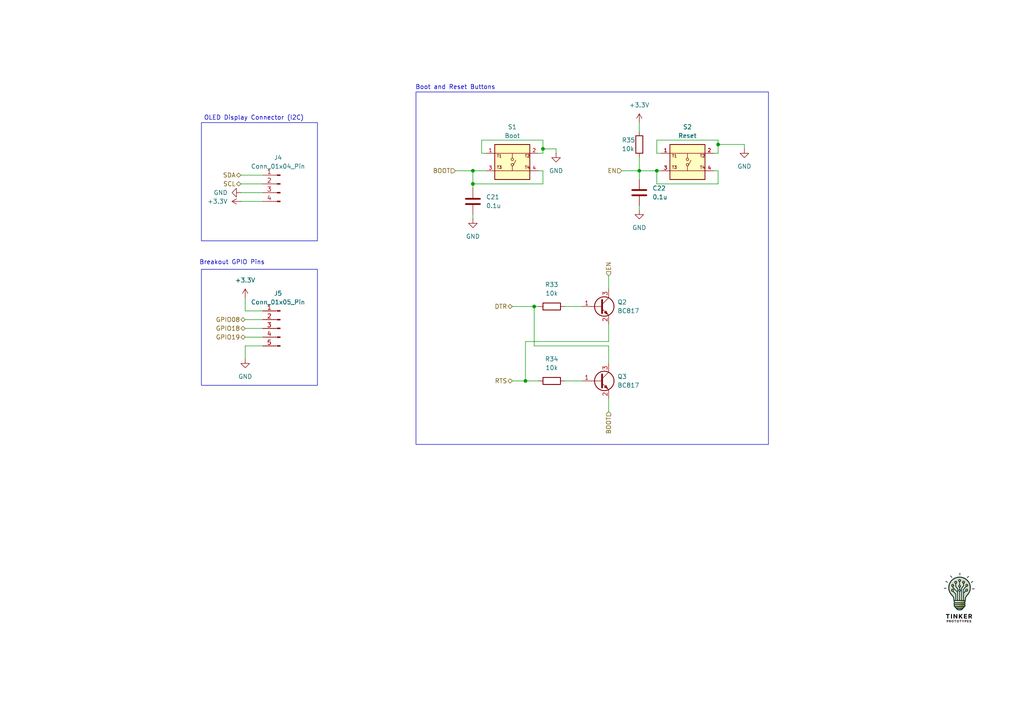
<source format=kicad_sch>
(kicad_sch (version 20250114) (generator "eeschema") (generator_version "9.0")
  (paper "A4")
  (title_block (title "User Interface") (date "2025-05-22") (rev "1") (company "Tinker Prototypes"))
  (lib_symbols
    (symbol "Connector:Conn_01x04_Pin" (pin_names (offset 1.016) (hide yes))
      (property "Reference" "J" (at 0 5.08 0))
      (property "Value" "Conn_01x04_Pin" (at 0 -7.62 0))
      (symbol "Conn_01x04_Pin_1_1"
        (rectangle (start 0.8636 2.667) (end 0 2.413) (stroke (width 0.1524)) (fill (type outline)))
        (rectangle (start 0.8636 0.127) (end 0 -0.127) (stroke (width 0.1524)) (fill (type outline)))
        (rectangle (start 0.8636 -2.413) (end 0 -2.667) (stroke (width 0.1524)) (fill (type outline)))
        (rectangle (start 0.8636 -4.953) (end 0 -5.207) (stroke (width 0.1524)) (fill (type outline)))
        (polyline (pts (xy 1.27 2.54) (xy 0.8636 2.54)) (stroke (width 0.1524)))
        (polyline (pts (xy 1.27 0) (xy 0.8636 0)) (stroke (width 0.1524)))
        (polyline (pts (xy 1.27 -2.54) (xy 0.8636 -2.54)) (stroke (width 0.1524)))
        (polyline (pts (xy 1.27 -5.08) (xy 0.8636 -5.08)) (stroke (width 0.1524)))
        (pin passive line (at 5.08 2.54 180) (length 3.81) (name "Pin_1") (number "1"))
        (pin passive line (at 5.08 0 180) (length 3.81) (name "Pin_2") (number "2"))
        (pin passive line (at 5.08 -2.54 180) (length 3.81) (name "Pin_3") (number "3"))
        (pin passive line (at 5.08 -5.08 180) (length 3.81) (name "Pin_4") (number "4"))
      )
    )
    (symbol "Connector:Conn_01x05_Pin" (pin_names (offset 1.016) (hide yes))
      (property "Reference" "J" (at 0 7.62 0))
      (property "Value" "Conn_01x05_Pin" (at 0 -7.62 0))
      (symbol "Conn_01x05_Pin_1_1"
        (rectangle (start 0.8636 5.207) (end 0 4.953) (stroke (width 0.1524)) (fill (type outline)))
        (rectangle (start 0.8636 2.667) (end 0 2.413) (stroke (width 0.1524)) (fill (type outline)))
        (rectangle (start 0.8636 0.127) (end 0 -0.127) (stroke (width 0.1524)) (fill (type outline)))
        (rectangle (start 0.8636 -2.413) (end 0 -2.667) (stroke (width 0.1524)) (fill (type outline)))
        (rectangle (start 0.8636 -4.953) (end 0 -5.207) (stroke (width 0.1524)) (fill (type outline)))
        (polyline (pts (xy 1.27 5.08) (xy 0.8636 5.08)) (stroke (width 0.1524)))
        (polyline (pts (xy 1.27 2.54) (xy 0.8636 2.54)) (stroke (width 0.1524)))
        (polyline (pts (xy 1.27 0) (xy 0.8636 0)) (stroke (width 0.1524)))
        (polyline (pts (xy 1.27 -2.54) (xy 0.8636 -2.54)) (stroke (width 0.1524)))
        (polyline (pts (xy 1.27 -5.08) (xy 0.8636 -5.08)) (stroke (width 0.1524)))
        (pin passive line (at 5.08 5.08 180) (length 3.81) (name "Pin_1") (number "1"))
        (pin passive line (at 5.08 2.54 180) (length 3.81) (name "Pin_2") (number "2"))
        (pin passive line (at 5.08 0 180) (length 3.81) (name "Pin_3") (number "3"))
        (pin passive line (at 5.08 -2.54 180) (length 3.81) (name "Pin_4") (number "4"))
        (pin passive line (at 5.08 -5.08 180) (length 3.81) (name "Pin_5") (number "5"))
      )
    )
    (symbol "Device:C" (pin_numbers (hide yes)) (pin_names (offset 0.254))
      (property "Reference" "C" (at 0.635 2.54 0))
      (property "Value" "C" (at 0.635 -2.54 0))
      (symbol "C_0_1"
        (polyline (pts (xy -2.032 0.762) (xy 2.032 0.762)) (stroke (width 0.508)))
        (polyline (pts (xy -2.032 -0.762) (xy 2.032 -0.762)) (stroke (width 0.508)))
      )
      (symbol "C_1_1"
        (pin passive line (at 0 3.81 270) (length 2.794) (name "~") (number "1"))
        (pin passive line (at 0 -3.81 90) (length 2.794) (name "~") (number "2"))
      )
    )
    (symbol "Device:R" (pin_numbers (hide yes)) (pin_names (offset 0))
      (property "Reference" "R" (at 2.032 0 90))
      (property "Value" "R" (at 0 0 90))
      (symbol "R_0_1"
        (rectangle (start -1.016 -2.54) (end 1.016 2.54) (stroke (width 0.254)))
      )
      (symbol "R_1_1"
        (pin passive line (at 0 3.81 270) (length 1.27) (name "~") (number "1"))
        (pin passive line (at 0 -3.81 90) (length 1.27) (name "~") (number "2"))
      )
    )
    (symbol "Transistor_BJT:BC817" (pin_names (offset 0) (hide yes))
      (property "Reference" "Q" (at 5.08 1.905 0))
      (property "Value" "BC817" (at 5.08 0 0))
      (symbol "BC817_0_1"
        (polyline (pts (xy -2.54 0) (xy 0.635 0)))
        (polyline (pts (xy 0.635 1.905) (xy 0.635 -1.905)) (stroke (width 0.508)))
        (circle (center 1.27 0) (radius 2.8194) (stroke (width 0.254)))
      )
      (symbol "BC817_1_1"
        (polyline (pts (xy 0.635 0.635) (xy 2.54 2.54)))
        (polyline (pts (xy 0.635 -0.635) (xy 2.54 -2.54)))
        (polyline (pts (xy 1.27 -1.778) (xy 1.778 -1.27) (xy 2.286 -2.286) (xy 1.27 -1.778)) (fill (type outline)))
        (pin input line (at -5.08 0 0) (length 2.54) (name "B") (number "1"))
        (pin passive line (at 2.54 5.08 270) (length 2.54) (name "C") (number "3"))
        (pin passive line (at 2.54 -5.08 90) (length 2.54) (name "E") (number "2"))
      )
    )
    (symbol "USLPT2819DT2TR:USLPT2819DT2TR" (pin_names (offset 1.016))
      (property "Reference" "S" (at -5.08 5.08 0))
      (property "Value" "USLPT2819DT2TR" (at -5.08 -7.62 0))
      (symbol "USLPT2819DT2TR_0_0"
        (polyline (pts (xy -5.08 2.54) (xy 0 2.54)) (stroke (width 0.1524)))
        (polyline (pts (xy -5.08 -2.54) (xy 0 -2.54)) (stroke (width 0.1524)))
        (rectangle (start -5.08 -5.08) (end 5.08 5.08) (stroke (width 0.254)) (fill (type background)))
        (polyline (pts (xy 0 2.54) (xy 5.08 2.54)) (stroke (width 0.1524)))
        (polyline (pts (xy 0 1.143) (xy 0 2.54)) (stroke (width 0.1524)))
        (circle (center 0 0.762) (radius 0.3592) (stroke (width 0.1524)))
        (circle (center 0 -0.762) (radius 0.3592) (stroke (width 0.1524)))
        (polyline (pts (xy 0 -2.54) (xy 0 -1.143)) (stroke (width 0.1524)))
        (polyline (pts (xy 0 -2.54) (xy 5.08 -2.54)) (stroke (width 0.1524)))
        (polyline (pts (xy 0.254 -1.016) (xy 1.016 0.508)) (stroke (width 0.1524)))
        (text "T1" (at -4.572 1.27 0) (effects (font (size 0.8128 0.8128)) (justify left bottom)))
        (text "T3" (at -4.572 -2.032 0) (effects (font (size 0.8128 0.8128)) (justify left bottom)))
        (text "T2" (at 3.556 1.27 0) (effects (font (size 0.8128 0.8128)) (justify left bottom)))
        (text "T4" (at 3.556 -2.032 0) (effects (font (size 0.8128 0.8128)) (justify left bottom)))
        (pin passive line (at -7.62 2.54 0) (length 2.54) (name "~") (number "1"))
        (pin passive line (at -7.62 -2.54 0) (length 2.54) (name "~") (number "3"))
        (pin passive line (at 7.62 2.54 180) (length 2.54) (name "~") (number "2"))
        (pin passive line (at 7.62 -2.54 180) (length 2.54) (name "~") (number "4"))
      )
    )
    (symbol "power:+3.3V" (power) (pin_numbers (hide yes)) (pin_names (offset 0) (hide yes))
      (property "Value" "+3.3V" (at 0 3.556 0))
      (symbol "+3.3V_0_1"
        (polyline (pts (xy -0.762 1.27) (xy 0 2.54)))
        (polyline (pts (xy 0 2.54) (xy 0.762 1.27)))
        (polyline (pts (xy 0 0) (xy 0 2.54)))
      )
      (symbol "+3.3V_1_1"
        (pin power_in line (at 0 0 90) (length 0) (name "~") (number "1"))
      )
    )
    (symbol "power:GND" (power) (pin_numbers (hide yes)) (pin_names (offset 0) (hide yes))
      (property "Value" "GND" (at 0 -3.81 0))
      (symbol "GND_0_1"
        (polyline (pts (xy 0 0) (xy 0 -1.27) (xy 1.27 -1.27) (xy 0 -2.54) (xy -1.27 -1.27) (xy 0 -1.27)))
      )
      (symbol "GND_1_1"
        (pin power_in line (at 0 0 270) (length 0) (name "~") (number "1"))
      )
    )
  )
  (rectangle (start 120.65 26.67) (end 222.885 128.905))
  (rectangle (start 58.42 35.56) (end 92.075 69.85))
  (rectangle (start 58.42 78.105) (end 92.075 111.76))
  (text "Breakout GPIO Pins" (at 67.31 76.2 0) (effects (font (size 1.27 1.27))))
  (text "Boot and Reset Buttons" (at 132.08 25.4 0) (effects (font (size 1.27 1.27))))
  (text "OLED Display Connector (I2C)" (at 73.66 34.29 0) (effects (font (size 1.27 1.27))))
  (junction (at 137.16 53.34))
  (junction (at 190.5 49.53))
  (junction (at 157.48 43.18))
  (junction (at 208.28 41.91))
  (junction (at 152.4 110.49))
  (junction (at 185.42 49.53))
  (junction (at 154.94 88.9))
  (junction (at 137.16 49.53))
  (wire (pts (xy 190.5 40.64) (xy 208.28 40.64)))
  (wire (pts (xy 152.4 99.06) (xy 152.4 110.49)))
  (wire (pts (xy 207.01 49.53) (xy 208.28 49.53)))
  (wire (pts (xy 148.59 88.9) (xy 154.94 88.9)))
  (wire (pts (xy 69.85 55.88) (xy 76.2 55.88)))
  (wire (pts (xy 140.97 44.45) (xy 139.7 44.45)))
  (wire (pts (xy 71.12 97.79) (xy 76.2 97.79)))
  (wire (pts (xy 69.85 53.34) (xy 76.2 53.34)))
  (wire (pts (xy 163.83 88.9) (xy 168.91 88.9)))
  (wire (pts (xy 137.16 49.53) (xy 140.97 49.53)))
  (wire (pts (xy 71.12 100.33) (xy 71.12 104.14)))
  (wire (pts (xy 176.53 93.98) (xy 176.53 99.06)))
  (wire (pts (xy 191.77 44.45) (xy 190.5 44.45)))
  (wire (pts (xy 156.21 49.53) (xy 157.48 49.53)))
  (wire (pts (xy 154.94 88.9) (xy 156.21 88.9)))
  (wire (pts (xy 76.2 90.17) (xy 71.12 90.17)))
  (wire (pts (xy 180.34 49.53) (xy 185.42 49.53)))
  (wire (pts (xy 161.29 43.18) (xy 157.48 43.18)))
  (wire (pts (xy 139.7 44.45) (xy 139.7 40.64)))
  (wire (pts (xy 137.16 49.53) (xy 137.16 53.34)))
  (wire (pts (xy 185.42 59.69) (xy 185.42 60.96)))
  (wire (pts (xy 69.85 50.8) (xy 76.2 50.8)))
  (wire (pts (xy 176.53 99.06) (xy 152.4 99.06)))
  (wire (pts (xy 152.4 110.49) (xy 156.21 110.49)))
  (wire (pts (xy 176.53 80.01) (xy 176.53 83.82)))
  (wire (pts (xy 71.12 92.71) (xy 76.2 92.71)))
  (wire (pts (xy 190.5 53.34) (xy 190.5 49.53)))
  (wire (pts (xy 137.16 62.23) (xy 137.16 63.5)))
  (wire (pts (xy 185.42 49.53) (xy 190.5 49.53)))
  (wire (pts (xy 176.53 100.33) (xy 154.94 100.33)))
  (wire (pts (xy 208.28 41.91) (xy 208.28 44.45)))
  (wire (pts (xy 157.48 49.53) (xy 157.48 53.34)))
  (wire (pts (xy 71.12 90.17) (xy 71.12 86.36)))
  (wire (pts (xy 185.42 52.07) (xy 185.42 49.53)))
  (wire (pts (xy 132.08 49.53) (xy 137.16 49.53)))
  (wire (pts (xy 71.12 95.25) (xy 76.2 95.25)))
  (wire (pts (xy 190.5 49.53) (xy 191.77 49.53)))
  (wire (pts (xy 76.2 58.42) (xy 69.85 58.42)))
  (wire (pts (xy 163.83 110.49) (xy 168.91 110.49)))
  (wire (pts (xy 176.53 105.41) (xy 176.53 100.33)))
  (wire (pts (xy 157.48 44.45) (xy 156.21 44.45)))
  (wire (pts (xy 157.48 40.64) (xy 157.48 43.18)))
  (wire (pts (xy 161.29 44.45) (xy 161.29 43.18)))
  (wire (pts (xy 190.5 44.45) (xy 190.5 40.64)))
  (wire (pts (xy 208.28 44.45) (xy 207.01 44.45)))
  (wire (pts (xy 176.53 115.57) (xy 176.53 119.38)))
  (wire (pts (xy 208.28 40.64) (xy 208.28 41.91)))
  (wire (pts (xy 137.16 53.34) (xy 137.16 54.61)))
  (wire (pts (xy 208.28 41.91) (xy 215.9 41.91)))
  (wire (pts (xy 185.42 45.72) (xy 185.42 49.53)))
  (wire (pts (xy 76.2 100.33) (xy 71.12 100.33)))
  (wire (pts (xy 185.42 35.56) (xy 185.42 38.1)))
  (wire (pts (xy 208.28 49.53) (xy 208.28 53.34)))
  (wire (pts (xy 208.28 53.34) (xy 190.5 53.34)))
  (wire (pts (xy 154.94 100.33) (xy 154.94 88.9)))
  (wire (pts (xy 157.48 53.34) (xy 137.16 53.34)))
  (wire (pts (xy 148.59 110.49) (xy 152.4 110.49)))
  (wire (pts (xy 157.48 43.18) (xy 157.48 44.45)))
  (wire (pts (xy 215.9 43.18) (xy 215.9 41.91)))
  (wire (pts (xy 139.7 40.64) (xy 157.48 40.64)))
  (image (at 278.13 174.625) (scale 0.0521171))
  (hierarchical_label "GPIO08" (shape bidirectional) (at 71.12 92.71 180))
  (hierarchical_label "EN" (shape input) (at 176.53 80.01 90))
  (hierarchical_label "EN" (shape input) (at 180.34 49.53 180))
  (hierarchical_label "GPIO19" (shape bidirectional) (at 71.12 97.79 180))
  (hierarchical_label "DTR" (shape bidirectional) (at 148.59 88.9 180))
  (hierarchical_label "BOOT" (shape input) (at 132.08 49.53 180))
  (hierarchical_label "SDA" (shape bidirectional) (at 69.85 50.8 180))
  (hierarchical_label "RTS" (shape bidirectional) (at 148.59 110.49 180))
  (hierarchical_label "SCL" (shape bidirectional) (at 69.85 53.34 180))
  (hierarchical_label "GPIO18" (shape bidirectional) (at 71.12 95.25 180))
  (hierarchical_label "BOOT" (shape input) (at 176.53 119.38 270))
  (symbol (lib_id "power:GND") (at 137.16 63.5 0) (unit 1)
    (property "Reference" "#PWR059" (effects (hide yes)))
    (property "Value" "GND" (at 137.16 68.58 0))
    (property "Description" "Power symbol creates a global label with name \"GND\" , ground" (effects (hide yes)))
  )
  (symbol (lib_id "power:+3.3V") (at 185.42 35.56 0) (unit 1)
    (property "Reference" "#PWR063" (effects (hide yes)))
    (property "Value" "+3.3V" (at 185.42 30.48 0))
    (property "Description" "Power symbol creates a global label with name \"+3.3V\"" (effects (hide yes)))
  )
  (symbol (lib_id "Device:R") (at 160.02 110.49 90) (unit 1)
    (property "Reference" "R34" (at 160.02 104.14 90))
    (property "Value" "10k" (at 160.02 106.68 90))
    (property "Footprint" "Resistor_SMD:R_0805_2012Metric_Pad1.20x1.40mm_HandSolder" (effects (hide yes)))
    (property "Description" "Resistor" (effects (hide yes)))
  )
  (symbol (lib_id "Connector:Conn_01x05_Pin") (at 81.28 95.25 0) (mirror y) (unit 1)
    (property "Reference" "J5" (at 80.645 85.09 0))
    (property "Value" "Conn_01x05_Pin" (at 80.645 87.63 0))
    (property "Footprint" "Connector_PinHeader_2.54mm:PinHeader_1x05_P2.54mm_Vertical" (effects (hide yes)))
    (property "Description" "Generic connector, single row, 01x05, script generated" (effects (hide yes)))
  )
  (symbol (lib_id "power:GND") (at 69.85 55.88 270) (unit 1)
    (property "Reference" "#PWR042" (effects (hide yes)))
    (property "Value" "GND" (at 66.04 55.8799 90) (effects (justify right)))
    (property "Description" "Power symbol creates a global label with name \"GND\" , ground" (effects (hide yes)))
  )
  (symbol (lib_id "power:+3.3V") (at 71.12 86.36 0) (unit 1)
    (property "Reference" "#PWR057" (effects (hide yes)))
    (property "Value" "+3.3V" (at 71.12 81.28 0))
    (property "Description" "Power symbol creates a global label with name \"+3.3V\"" (effects (hide yes)))
  )
  (symbol (lib_id "Transistor_BJT:BC817") (at 173.99 88.9 0) (unit 1)
    (property "Reference" "Q2" (at 179.07 87.6299 0) (effects (justify left)))
    (property "Value" "BC817" (at 179.07 90.1699 0) (effects (justify left)))
    (property "Footprint" "Package_TO_SOT_SMD:SOT-23" (effects (hide yes)))
    (property "Datasheet" "https://www.onsemi.com/pub/Collateral/BC818-D.pdf" (effects (hide yes)))
    (property "Description" "0.8A Ic, 45V Vce, NPN Transistor, SOT-23" (effects (hide yes)))
  )
  (symbol (lib_id "Device:R") (at 160.02 88.9 90) (unit 1)
    (property "Reference" "R33" (at 160.02 82.55 90))
    (property "Value" "10k" (at 160.02 85.09 90))
    (property "Footprint" "Resistor_SMD:R_0805_2012Metric_Pad1.20x1.40mm_HandSolder" (effects (hide yes)))
    (property "Description" "Resistor" (effects (hide yes)))
  )
  (symbol (lib_id "Connector:Conn_01x04_Pin") (at 81.28 53.34 0) (mirror y) (unit 1)
    (property "Reference" "J4" (at 80.645 45.72 0))
    (property "Value" "Conn_01x04_Pin" (at 80.645 48.26 0))
    (property "Footprint" "Connector_PinHeader_2.54mm:PinHeader_1x04_P2.54mm_Vertical" (effects (hide yes)))
    (property "Description" "Generic connector, single row, 01x04, script generated" (effects (hide yes)))
  )
  (symbol (lib_id "Device:C") (at 185.42 55.88 0) (unit 1)
    (property "Reference" "C22" (at 189.23 54.6099 0) (effects (justify left)))
    (property "Value" "0.1u" (at 189.23 57.1499 0) (effects (justify left)))
    (property "Footprint" "Capacitor_SMD:C_0805_2012Metric_Pad1.18x1.45mm_HandSolder" (effects (hide yes)))
    (property "Description" "Unpolarized capacitor" (effects (hide yes)))
  )
  (symbol (lib_id "power:GND") (at 71.12 104.14 0) (unit 1)
    (property "Reference" "#PWR058" (effects (hide yes)))
    (property "Value" "GND" (at 71.12 109.22 0))
    (property "Description" "Power symbol creates a global label with name \"GND\" , ground" (effects (hide yes)))
  )
  (symbol (lib_id "power:GND") (at 215.9 43.18 0) (unit 1)
    (property "Reference" "#PWR061" (effects (hide yes)))
    (property "Value" "GND" (at 215.9 48.26 0))
    (property "Description" "Power symbol creates a global label with name \"GND\" , ground" (effects (hide yes)))
  )
  (symbol (lib_id "power:GND") (at 161.29 44.45 0) (unit 1)
    (property "Reference" "#PWR060" (effects (hide yes)))
    (property "Value" "GND" (at 161.29 49.53 0))
    (property "Description" "Power symbol creates a global label with name \"GND\" , ground" (effects (hide yes)))
  )
  (symbol (lib_id "USLPT2819DT2TR:USLPT2819DT2TR") (at 148.59 46.99 0) (unit 1)
    (property "Reference" "S1" (at 148.59 36.83 0))
    (property "Value" "Boot" (at 148.59 39.37 0))
    (property "Footprint" "ESP32 Project Libraries:SW_USLPT2819DT2TR" (effects (hide yes)))
    (property "MF" "TE Connectivity" (effects (hide yes)))
    (property "Description_1" "Tactile Switch SPST-NO Top Actuated Surface Mount" (effects (hide yes)))
    (property "Package" "None" (effects (hide yes)))
    (property "Price" "None" (effects (hide yes)))
    (property "Check_prices" "https://www.snapeda.com/parts/USLPT2819DT2TR/TE+Connectivity+ALCOSWITCH+Switches/view-part/?ref=eda" (effects (hide yes)))
    (property "STANDARD" "Manufacturer Recommendations" (effects (hide yes)))
    (property "PARTREV" "P" (effects (hide yes)))
    (property "SnapEDA_Link" "https://www.snapeda.com/parts/USLPT2819DT2TR/TE+Connectivity+ALCOSWITCH+Switches/view-part/?ref=snap" (effects (hide yes)))
    (property "MP" "USLPT2819DT2TR" (effects (hide yes)))
    (property "Availability" "In Stock" (effects (hide yes)))
    (property "MANUFACTURER" "TE CONNECTIVITY" (effects (hide yes)))
  )
  (symbol (lib_id "USLPT2819DT2TR:USLPT2819DT2TR") (at 199.39 46.99 0) (unit 1)
    (property "Reference" "S2" (at 199.39 36.83 0))
    (property "Value" "Reset" (at 199.39 39.37 0))
    (property "Footprint" "ESP32 Project Libraries:SW_USLPT2819DT2TR" (effects (hide yes)))
    (property "MF" "TE Connectivity" (effects (hide yes)))
    (property "Description_1" "Tactile Switch SPST-NO Top Actuated Surface Mount" (effects (hide yes)))
    (property "Package" "None" (effects (hide yes)))
    (property "Price" "None" (effects (hide yes)))
    (property "Check_prices" "https://www.snapeda.com/parts/USLPT2819DT2TR/TE+Connectivity+ALCOSWITCH+Switches/view-part/?ref=eda" (effects (hide yes)))
    (property "STANDARD" "Manufacturer Recommendations" (effects (hide yes)))
    (property "PARTREV" "P" (effects (hide yes)))
    (property "SnapEDA_Link" "https://www.snapeda.com/parts/USLPT2819DT2TR/TE+Connectivity+ALCOSWITCH+Switches/view-part/?ref=snap" (effects (hide yes)))
    (property "MP" "USLPT2819DT2TR" (effects (hide yes)))
    (property "Availability" "In Stock" (effects (hide yes)))
    (property "MANUFACTURER" "TE CONNECTIVITY" (effects (hide yes)))
  )
  (symbol (lib_id "power:+3.3V") (at 69.85 58.42 90) (unit 1)
    (property "Reference" "#PWR056" (effects (hide yes)))
    (property "Value" "+3.3V" (at 66.04 58.4199 90) (effects (justify left)))
    (property "Description" "Power symbol creates a global label with name \"+3.3V\"" (effects (hide yes)))
  )
  (symbol (lib_id "power:GND") (at 185.42 60.96 0) (unit 1)
    (property "Reference" "#PWR062" (effects (hide yes)))
    (property "Value" "GND" (at 185.42 66.04 0))
    (property "Description" "Power symbol creates a global label with name \"GND\" , ground" (effects (hide yes)))
  )
  (symbol (lib_id "Device:R") (at 185.42 41.91 0) (unit 1)
    (property "Reference" "R35" (at 180.34 40.64 0) (effects (justify left)))
    (property "Value" "10k" (at 180.34 43.18 0) (effects (justify left)))
    (property "Footprint" "Resistor_SMD:R_0805_2012Metric_Pad1.20x1.40mm_HandSolder" (effects (hide yes)))
    (property "Description" "Resistor" (effects (hide yes)))
  )
  (symbol (lib_id "Device:C") (at 137.16 58.42 0) (unit 1)
    (property "Reference" "C21" (at 140.97 57.1499 0) (effects (justify left)))
    (property "Value" "0.1u" (at 140.97 59.6899 0) (effects (justify left)))
    (property "Footprint" "Capacitor_SMD:C_0805_2012Metric_Pad1.18x1.45mm_HandSolder" (effects (hide yes)))
    (property "Description" "Unpolarized capacitor" (effects (hide yes)))
  )
  (symbol (lib_id "Transistor_BJT:BC817") (at 173.99 110.49 0) (unit 1)
    (property "Reference" "Q3" (at 179.07 109.2199 0) (effects (justify left)))
    (property "Value" "BC817" (at 179.07 111.7599 0) (effects (justify left)))
    (property "Footprint" "Package_TO_SOT_SMD:SOT-23" (effects (hide yes)))
    (property "Datasheet" "https://www.onsemi.com/pub/Collateral/BC818-D.pdf" (effects (hide yes)))
    (property "Description" "0.8A Ic, 45V Vce, NPN Transistor, SOT-23" (effects (hide yes)))
  )
)
</source>
